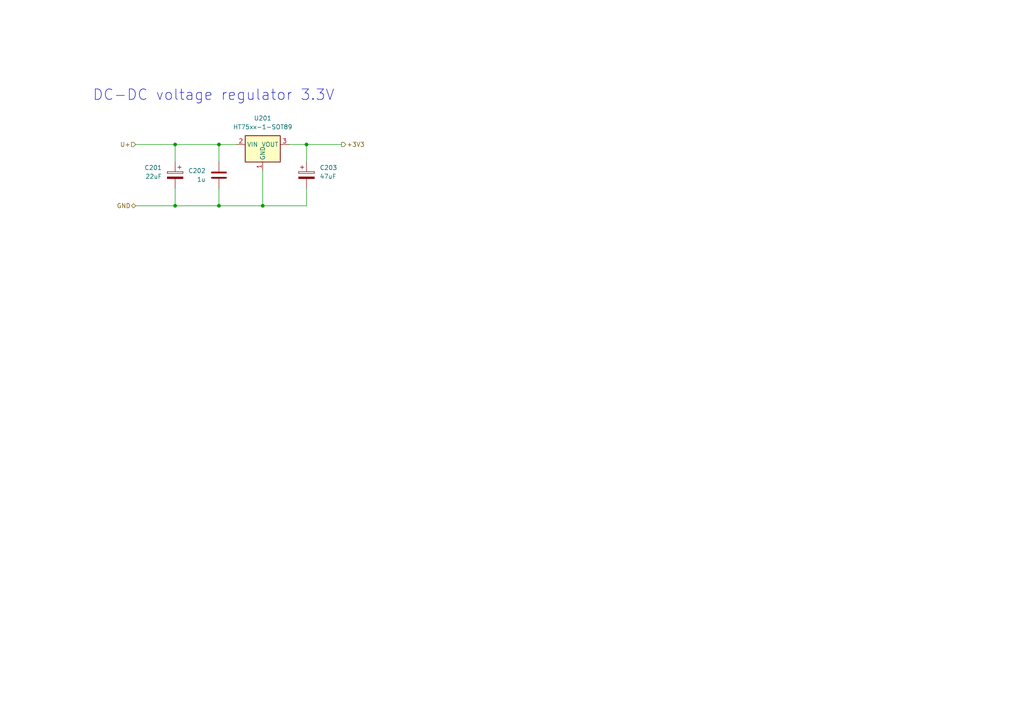
<source format=kicad_sch>
(kicad_sch (version 20231120) (generator "eeschema") (generator_version "8.0")
  (paper "A4")
  (title_block (title "xDuinoRail - RailcomDecoder - Development Kit \"Hermes\"") (date "2026-01-11") (rev "v1.0a") (company "Chatelain Engineering, Bern - CH"))
  (lib_symbols
    (symbol "Device:C" (pin_numbers hide) (pin_names (offset 0.254))
      (property "Reference" "C" (at 0.635 2.54 0))
      (property "Value" "C" (at 0.635 -2.54 0))
      (symbol "C_0_1"
        (polyline (pts (xy -2.032 -0.762) (xy 2.032 -0.762)) (stroke (width 0.508)))
        (polyline (pts (xy -2.032 0.762) (xy 2.032 0.762)) (stroke (width 0.508)))
      )
      (symbol "C_1_1"
        (pin passive line (at 0 3.81 270) (length 2.794) (name "~") (number "1"))
        (pin passive line (at 0 -3.81 90) (length 2.794) (name "~") (number "2"))
      )
    )
    (symbol "Device:C_Polarized" (pin_numbers hide) (pin_names (offset 0.254))
      (property "Reference" "C" (at 0.635 2.54 0))
      (property "Value" "C_Polarized" (at 0.635 -2.54 0))
      (symbol "C_Polarized_0_1"
        (rectangle (start -2.286 0.508) (end 2.286 1.016))
        (polyline (pts (xy -1.778 2.286) (xy -0.762 2.286)))
        (polyline (pts (xy -1.27 2.794) (xy -1.27 1.778)))
        (rectangle (start 2.286 -0.508) (end -2.286 -1.016) (fill (type outline)))
      )
      (symbol "C_Polarized_1_1"
        (pin passive line (at 0 3.81 270) (length 2.794) (name "~") (number "1"))
        (pin passive line (at 0 -3.81 90) (length 2.794) (name "~") (number "2"))
      )
    )
    (symbol "Regulator_Linear:HT75xx-1-SOT89"
      (property "Reference" "U" (at -5.08 -3.81 0))
      (property "Value" "HT75xx-1-SOT89" (at 0 6.35 0))
      (symbol "HT75xx-1-SOT89_0_1"
        (rectangle (start -5.08 5.08) (end 5.08 -2.54) (stroke (width 0.254)) (fill (type background)))
      )
      (symbol "HT75xx-1-SOT89_1_1"
        (pin power_in line (at 0 -5.08 90) (length 2.54) (name "GND") (number "1"))
        (pin power_in line (at -7.62 2.54 0) (length 2.54) (name "VIN") (number "2"))
        (pin power_out line (at 7.62 2.54 180) (length 2.54) (name "VOUT") (number "3"))
      )
    )
  )
  (junction (at 63.5 41.91))
  (junction (at 50.8 59.69))
  (junction (at 76.2 59.69))
  (junction (at 63.5 59.69))
  (junction (at 88.9 41.91))
  (junction (at 50.8 41.91))
  (wire (pts (xy 83.82 41.91) (xy 88.9 41.91)))
  (wire (pts (xy 76.2 49.53) (xy 76.2 59.69)))
  (wire (pts (xy 50.8 59.69) (xy 63.5 59.69)))
  (wire (pts (xy 76.2 59.69) (xy 88.9 59.69)))
  (wire (pts (xy 50.8 54.61) (xy 50.8 59.69)))
  (wire (pts (xy 88.9 41.91) (xy 99.06 41.91)))
  (wire (pts (xy 63.5 46.99) (xy 63.5 41.91)))
  (wire (pts (xy 63.5 59.69) (xy 76.2 59.69)))
  (wire (pts (xy 50.8 41.91) (xy 50.8 46.99)))
  (wire (pts (xy 50.8 41.91) (xy 63.5 41.91)))
  (wire (pts (xy 39.37 59.69) (xy 50.8 59.69)))
  (wire (pts (xy 88.9 41.91) (xy 88.9 46.99)))
  (wire (pts (xy 63.5 54.61) (xy 63.5 59.69)))
  (wire (pts (xy 39.37 41.91) (xy 50.8 41.91)))
  (wire (pts (xy 63.5 41.91) (xy 68.58 41.91)))
  (wire (pts (xy 88.9 54.61) (xy 88.9 59.69)))
  (text "DC-DC voltage regulator 3.3V\n" (at 61.976 27.686 0) (effects (font (size 3.048 3.048))))
  (hierarchical_label "U+" (shape input) (at 39.37 41.91 180))
  (hierarchical_label "GND" (shape bidirectional) (at 39.37 59.69 180))
  (hierarchical_label "+3V3" (shape output) (at 99.06 41.91 0))
  (symbol (lib_id "Device:C_Polarized") (at 88.9 50.8 0) (unit 1)
    (property "Reference" "C203" (at 92.71 48.641 0) (effects (justify left)))
    (property "Value" "47uF" (at 92.71 51.181 0) (effects (justify left)))
    (property "Footprint" "Capacitor_SMD:C_0805_2012Metric_Pad1.18x1.45mm_HandSolder" (effects (hide yes)))
    (property "Description" "Polarized capacitor" (effects (hide yes)))
    (property "Sim.Device" "C" (effects (hide yes)))
    (property "Sim.Pins" "1=+ 2=-" (effects (hide yes)))
    (property "OLI_ID" "47uF_0805" (effects (hide yes)))
    (instances (project "rails_power_dc-dc-ldo-3v3_100mA-test" (path "" (reference "C203") (unit 1))) (project "acc-rp2040-baseboard" (path "" (reference "C?") (unit 1))) (project "xDuinoRail-Arduino-RailcomDetect-Dev" (path "" (reference "C703") (unit 1))) (project "central-railcom-feedback-quattro" (path "" (reference "C?") (unit 1))) (project "rails_power_dc-dc-ldo-3v3_100mA-test" (path "" (reference "C303") (unit 1))))
  )
  (symbol (lib_id "Device:C_Polarized") (at 50.8 50.8 0) (mirror y) (unit 1)
    (property "Reference" "C201" (at 46.99 48.641 0) (effects (justify left)))
    (property "Value" "22uF" (at 46.99 51.181 0) (effects (justify left)))
    (property "Footprint" "Capacitor_SMD:C_0805_2012Metric_Pad1.18x1.45mm_HandSolder" (effects (hide yes)))
    (property "Description" "Polarized capacitor" (effects (hide yes)))
    (property "Sim.Device" "C" (effects (hide yes)))
    (property "Sim.Pins" "1=+ 2=-" (effects (hide yes)))
    (property "OLI_ID" "22uf_0805" (effects (hide yes)))
    (instances (project "rails_power_dc-dc-ldo-3v3_100mA-test" (path "" (reference "C201") (unit 1))) (project "acc-rp2040-baseboard" (path "" (reference "C?") (unit 1))) (project "xDuinoRail-Arduino-RailcomDetect-Dev" (path "" (reference "C701") (unit 1))) (project "central-railcom-feedback-quattro" (path "" (reference "C?") (unit 1))) (project "rails_power_dc-dc-ldo-3v3_100mA-test" (path "" (reference "C301") (unit 1))))
  )
  (symbol (lib_id "Regulator_Linear:HT75xx-1-SOT89") (at 76.2 44.45 0) (unit 1)
    (property "Reference" "U201" (at 76.2 34.29 0))
    (property "Value" "HT75xx-1-SOT89" (at 76.2 36.83 0))
    (property "Footprint" "Package_TO_SOT_SMD:SOT-89-3" (effects (hide yes)))
    (property "Datasheet" "https://www.holtek.com/documents/10179/116711/HT75xx-1v250.pdf" (effects (hide yes)))
    (property "Description" "100mA Low Dropout Voltage Regulator, Fixed Output, SOT89" (effects (hide yes)))
    (property "Sim.Params" "dc=3.3" (effects (hide yes)))
    (property "Sim.Type" "DC" (effects (hide yes)))
    (property "Sim.Device" "V" (effects (hide yes)))
    (property "Sim.Pins" "3=+ 1=-" (effects (hide yes)))
    (property "OLI_ID" "HT7533-1_SOT-89-3" (effects (hide yes)))
    (instances (project "rails_power_dc-dc-ldo-3v3_100mA-test" (path "" (reference "U201") (unit 1))) (project "acc-rp2040-baseboard" (path "" (reference "U?") (unit 1))) (project "xDuinoRail-Arduino-RailcomDetect-Dev" (path "" (reference "U701") (unit 1))) (project "central-railcom-feedback-quattro" (path "" (reference "U?") (unit 1))) (project "rails_power_dc-dc-ldo-3v3_100mA-test" (path "" (reference "U301") (unit 1))))
  )
  (symbol (lib_id "Device:C") (at 63.5 50.8 0) (mirror y) (unit 1)
    (property "Reference" "C202" (at 59.69 49.53 0) (effects (justify left)))
    (property "Value" "1u" (at 59.69 52.07 0) (effects (justify left)))
    (property "Footprint" "Capacitor_SMD:C_0402_1005Metric" (effects (hide yes)))
    (property "Description" "Unpolarized capacitor" (effects (hide yes)))
    (property "Sim.Device" "C" (effects (hide yes)))
    (property "Sim.Pins" "1=+ 2=-" (effects (hide yes)))
    (property "OLI_ID" "1uF_0402" (effects (hide yes)))
    (instances (project "rails_power_dc-dc-ldo-3v3_100mA-test" (path "" (reference "C202") (unit 1))) (project "acc-rp2040-baseboard" (path "" (reference "C?") (unit 1))) (project "xDuinoRail-Arduino-RailcomDetect-Dev" (path "" (reference "C702") (unit 1))) (project "central-railcom-feedback-quattro" (path "" (reference "C?") (unit 1))) (project "rails_power_dc-dc-ldo-3v3_100mA-test" (path "" (reference "C302") (unit 1))))
  )
)
</source>
